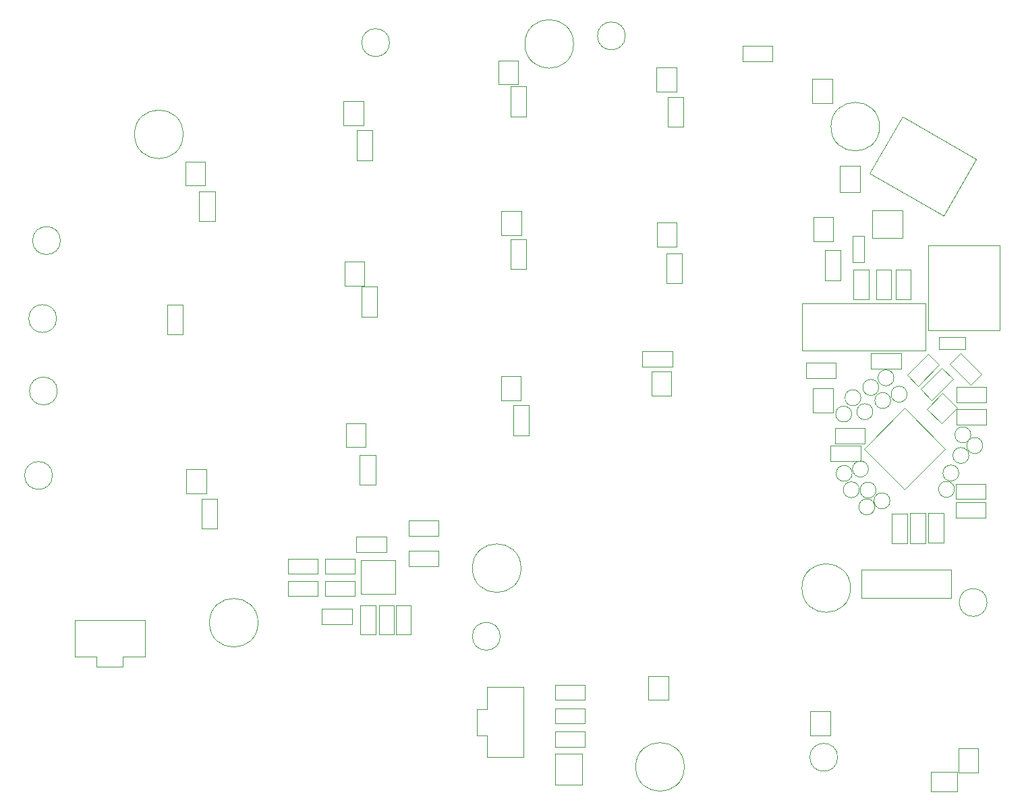
<source format=gbr>
%TF.GenerationSoftware,KiCad,Pcbnew,8.0.2*%
%TF.CreationDate,2025-01-19T21:46:12+07:00*%
%TF.ProjectId,sudi-keyboard,73756469-2d6b-4657-9962-6f6172642e6b,1*%
%TF.SameCoordinates,Original*%
%TF.FileFunction,Other,User*%
%FSLAX46Y46*%
G04 Gerber Fmt 4.6, Leading zero omitted, Abs format (unit mm)*
G04 Created by KiCad (PCBNEW 8.0.2) date 2025-01-19 21:46:12*
%MOMM*%
%LPD*%
G01*
G04 APERTURE LIST*
%ADD10C,0.050000*%
G04 APERTURE END LIST*
D10*
%TO.C,SW4*%
X116250000Y-122900000D02*
X125050000Y-122900000D01*
X116250000Y-127450000D02*
X116250000Y-122900000D01*
X119000000Y-127450000D02*
X116250000Y-127450000D01*
X119000000Y-128750000D02*
X119000000Y-127450000D01*
X122300000Y-127450000D02*
X122300000Y-128750000D01*
X122300000Y-128750000D02*
X119000000Y-128750000D01*
X125050000Y-122900000D02*
X125050000Y-127450000D01*
X125050000Y-127450000D02*
X122300000Y-127450000D01*
%TO.C,FB1*%
X213890003Y-74599999D02*
X215350000Y-74599995D01*
X213890004Y-77900001D02*
X213890003Y-74599999D01*
X215350000Y-74599995D02*
X215350001Y-77899997D01*
X215350001Y-77899997D02*
X213890004Y-77900001D01*
%TO.C,R10*%
X226850000Y-105750000D02*
X230550000Y-105750000D01*
X226850000Y-107650000D02*
X226850000Y-105750000D01*
X230550000Y-105750000D02*
X230550000Y-107650000D01*
X230550000Y-107650000D02*
X226850000Y-107650000D01*
%TO.C,TP16*%
X216400002Y-96700001D02*
G75*
G02*
X214400000Y-96700001I-1000001J0D01*
G01*
X214400000Y-96700001D02*
G75*
G02*
X216400002Y-96700001I1000001J0D01*
G01*
%TO.C,C51*%
X190469999Y-80580000D02*
X190470000Y-76820000D01*
X190470000Y-76820000D02*
X192430001Y-76820000D01*
X192430000Y-80580000D02*
X190469999Y-80580000D01*
X192430001Y-76820000D02*
X192430000Y-80580000D01*
%TO.C,J1*%
X229403056Y-64972645D02*
X225278056Y-72117355D01*
X215976944Y-66747355D01*
X220101944Y-59602645D01*
X229403056Y-64972645D01*
%TO.C,D17*%
X130250002Y-103930001D02*
X130250002Y-106970001D01*
X130250002Y-106970001D02*
X132749998Y-106969999D01*
X132749998Y-103929999D02*
X130250002Y-103930001D01*
X132749998Y-106969999D02*
X132749998Y-103929999D01*
%TO.C,C3*%
X147270000Y-121419999D02*
X151030000Y-121420000D01*
X147270000Y-123380000D02*
X147270000Y-121419999D01*
X151030000Y-121420000D02*
X151030000Y-123380001D01*
X151030000Y-123380001D02*
X147270000Y-123380000D01*
%TO.C,FID9*%
X169640000Y-124910000D02*
G75*
G02*
X166140000Y-124910000I-1750000J0D01*
G01*
X166140000Y-124910000D02*
G75*
G02*
X169640000Y-124910000I1750000J0D01*
G01*
%TO.C,FID2*%
X113440000Y-104710000D02*
G75*
G02*
X109940000Y-104710000I-1750000J0D01*
G01*
X109940000Y-104710000D02*
G75*
G02*
X113440000Y-104710000I1750000J0D01*
G01*
%TO.C,H2*%
X172250000Y-116350000D02*
G75*
G02*
X166150000Y-116350000I-3050000J0D01*
G01*
X166150000Y-116350000D02*
G75*
G02*
X172250000Y-116350000I3050000J0D01*
G01*
%TO.C,H1*%
X213600000Y-118850000D02*
G75*
G02*
X207500000Y-118850000I-3050000J0D01*
G01*
X207500000Y-118850000D02*
G75*
G02*
X213600000Y-118850000I3050000J0D01*
G01*
%TO.C,D18*%
X169750002Y-92280001D02*
X169750002Y-95320001D01*
X169750002Y-95320001D02*
X172249998Y-95319999D01*
X172249998Y-92279999D02*
X169750002Y-92280001D01*
X172249998Y-95319999D02*
X172249998Y-92279999D01*
%TO.C,C57*%
X216170000Y-89369999D02*
X219930000Y-89370000D01*
X216170000Y-91330000D02*
X216170000Y-89369999D01*
X219930000Y-89370000D02*
X219930000Y-91330001D01*
X219930000Y-91330001D02*
X216170000Y-91330000D01*
%TO.C,H5*%
X217250000Y-60900000D02*
G75*
G02*
X211150000Y-60900000I-3050000J0D01*
G01*
X211150000Y-60900000D02*
G75*
G02*
X217250000Y-60900000I3050000J0D01*
G01*
%TO.C,TP5*%
X216650000Y-108650000D02*
G75*
G02*
X214650000Y-108650000I-1000000J0D01*
G01*
X214650000Y-108650000D02*
G75*
G02*
X216650000Y-108650000I1000000J0D01*
G01*
%TO.C,C42*%
X127869999Y-87030000D02*
X127870000Y-83270000D01*
X127870000Y-83270000D02*
X129830001Y-83270000D01*
X129830000Y-87030000D02*
X127869999Y-87030000D01*
X129830001Y-83270000D02*
X129830000Y-87030000D01*
%TO.C,FID3*%
X114440000Y-75210000D02*
G75*
G02*
X110940000Y-75210000I-1750000J0D01*
G01*
X110940000Y-75210000D02*
G75*
G02*
X114440000Y-75210000I1750000J0D01*
G01*
%TO.C,C41*%
X131869999Y-72780000D02*
X131870000Y-69020000D01*
X131870000Y-69020000D02*
X133830001Y-69020000D01*
X133830000Y-72780000D02*
X131869999Y-72780000D01*
X133830001Y-69020000D02*
X133830000Y-72780000D01*
%TO.C,H3*%
X139240000Y-123210000D02*
G75*
G02*
X133140000Y-123210000I-3050000J0D01*
G01*
X133140000Y-123210000D02*
G75*
G02*
X139240000Y-123210000I3050000J0D01*
G01*
%TO.C,C43*%
X132169999Y-111380000D02*
X132170000Y-107620000D01*
X132170000Y-107620000D02*
X134130001Y-107620000D01*
X134130000Y-111380000D02*
X132169999Y-111380000D01*
X134130001Y-107620000D02*
X134130000Y-111380000D01*
%TO.C,C40*%
X218744998Y-109507494D02*
X220704998Y-109507499D01*
X218744998Y-113267499D02*
X218744998Y-109507494D01*
X220704998Y-109507499D02*
X220704998Y-113267504D01*
X220704998Y-113267504D02*
X218744998Y-113267499D01*
%TO.C,R4*%
X216820002Y-78899998D02*
X218720002Y-78899998D01*
X216820002Y-82599998D02*
X216820002Y-78899998D01*
X218720002Y-78899998D02*
X218720002Y-82599998D01*
X218720002Y-82599998D02*
X216820002Y-82599998D01*
%TO.C,D25*%
X188250001Y-129880001D02*
X188250001Y-132920000D01*
X188250001Y-132920000D02*
X190749999Y-132919999D01*
X190749999Y-129880000D02*
X188250001Y-129880001D01*
X190749999Y-132919999D02*
X190749999Y-129880000D01*
%TO.C,C1*%
X151570000Y-112419999D02*
X155330000Y-112420000D01*
X151570000Y-114380000D02*
X151570000Y-112419999D01*
X155330000Y-112420000D02*
X155330000Y-114380001D01*
X155330000Y-114380001D02*
X151570000Y-114380000D01*
%TO.C,C18*%
X226869997Y-95530000D02*
X226870000Y-93570000D01*
X226870000Y-93570000D02*
X230630003Y-93570000D01*
X230630000Y-95530000D02*
X226869997Y-95530000D01*
X230630003Y-93570000D02*
X230630000Y-95530000D01*
%TO.C,C19*%
X226819998Y-110029998D02*
X226820001Y-108069998D01*
X226820001Y-108069998D02*
X230580004Y-108069998D01*
X230580001Y-110029998D02*
X226819998Y-110029998D01*
X230580004Y-108069998D02*
X230580001Y-110029998D01*
%TO.C,FID6*%
X113949998Y-84999999D02*
G75*
G02*
X110450000Y-84999999I-1749999J0D01*
G01*
X110450000Y-84999999D02*
G75*
G02*
X113949998Y-84999999I1749999J0D01*
G01*
%TO.C,TP17*%
X214900001Y-94950002D02*
G75*
G02*
X212899999Y-94950002I-1000001J0D01*
G01*
X212899999Y-94950002D02*
G75*
G02*
X214900001Y-94950002I1000001J0D01*
G01*
%TO.C,FID7*%
X211990000Y-140110000D02*
G75*
G02*
X208490000Y-140110000I-1750000J0D01*
G01*
X208490000Y-140110000D02*
G75*
G02*
X211990000Y-140110000I1750000J0D01*
G01*
%TO.C,FID5*%
X185340000Y-49510000D02*
G75*
G02*
X181840000Y-49510000I-1750000J0D01*
G01*
X181840000Y-49510000D02*
G75*
G02*
X185340000Y-49510000I1750000J0D01*
G01*
%TO.C,R11*%
X176550000Y-133950001D02*
X180250000Y-133950001D01*
X176550000Y-135850001D02*
X176550000Y-133950001D01*
X180250000Y-133950001D02*
X180250000Y-135850001D01*
X180250000Y-135850001D02*
X176550000Y-135850001D01*
%TO.C,TP9*%
X228449999Y-102200001D02*
G75*
G02*
X226449999Y-102200001I-1000000J0D01*
G01*
X226449999Y-102200001D02*
G75*
G02*
X228449999Y-102200001I1000000J0D01*
G01*
%TO.C,R12*%
X176549999Y-130999998D02*
X180249999Y-130999998D01*
X176549999Y-132899998D02*
X176549999Y-130999998D01*
X180249999Y-130999998D02*
X180249999Y-132899998D01*
X180249999Y-132899998D02*
X176549999Y-132899998D01*
%TO.C,C39*%
X221044999Y-109457495D02*
X223004999Y-109457500D01*
X221044999Y-113217500D02*
X221044999Y-109457495D01*
X223004999Y-109457500D02*
X223004999Y-113217505D01*
X223004999Y-113217505D02*
X221044999Y-113217500D01*
%TO.C,D8*%
X130100001Y-65280001D02*
X130100001Y-68320000D01*
X130100001Y-68320000D02*
X132599999Y-68319999D01*
X132599999Y-65280000D02*
X130100001Y-65280001D01*
X132599999Y-68319999D02*
X132599999Y-65280000D01*
%TO.C,R5*%
X176550000Y-136900000D02*
X180250000Y-136900000D01*
X176550000Y-138800000D02*
X176550000Y-136900000D01*
X180250000Y-136900000D02*
X180250000Y-138800000D01*
X180250000Y-138800000D02*
X176550000Y-138800000D01*
%TO.C,AE1*%
X207549999Y-83100001D02*
X207549999Y-89049999D01*
X207549999Y-89049999D02*
X223050000Y-89050000D01*
X223050000Y-83100000D02*
X207549999Y-83100001D01*
X223050000Y-89050000D02*
X223050000Y-83100000D01*
%TO.C,C2*%
X213920003Y-82629998D02*
X213920004Y-78869998D01*
X213920004Y-78869998D02*
X215880005Y-78869998D01*
X215880004Y-82629998D02*
X213920003Y-82629998D01*
X215880005Y-78869998D02*
X215880004Y-82629998D01*
%TO.C,D36*%
X150250001Y-98130001D02*
X150250001Y-101170000D01*
X150250001Y-101170000D02*
X152749999Y-101169999D01*
X152749999Y-98130000D02*
X150250001Y-98130001D01*
X152749999Y-101169999D02*
X152749999Y-98130000D01*
%TO.C,D29*%
X150100001Y-77830001D02*
X150100001Y-80870000D01*
X150100001Y-80870000D02*
X152599999Y-80869999D01*
X152599999Y-77830000D02*
X150100001Y-77830001D01*
X152599999Y-80869999D02*
X152599999Y-77830000D01*
%TO.C,C20*%
X211119997Y-102880000D02*
X211120000Y-100920000D01*
X211120000Y-100920000D02*
X214880003Y-100920000D01*
X214880000Y-102880000D02*
X211119997Y-102880000D01*
X214880003Y-100920000D02*
X214880000Y-102880000D01*
%TO.C,TP13*%
X219050003Y-92450001D02*
G75*
G02*
X217050001Y-92450001I-1000001J0D01*
G01*
X217050001Y-92450001D02*
G75*
G02*
X219050003Y-92450001I1000001J0D01*
G01*
%TO.C,C54*%
X210369999Y-80180000D02*
X210370000Y-76420000D01*
X210370000Y-76420000D02*
X212330001Y-76420000D01*
X212330000Y-80180000D02*
X210369999Y-80180000D01*
X212330001Y-76420000D02*
X212330000Y-80180000D01*
%TO.C,R1*%
X158200000Y-114210000D02*
X161900000Y-114210000D01*
X158200000Y-116110000D02*
X158200000Y-114210000D01*
X161900000Y-114210000D02*
X161900000Y-116110000D01*
X161900000Y-116110000D02*
X158200000Y-116110000D01*
%TO.C,C44*%
X151619999Y-65130000D02*
X151620000Y-61370000D01*
X151620000Y-61370000D02*
X153580001Y-61370000D01*
X153580000Y-65130000D02*
X151619999Y-65130000D01*
X153580001Y-61370000D02*
X153580000Y-65130000D01*
%TO.C,TP11*%
X228700000Y-99600000D02*
G75*
G02*
X226700000Y-99600000I-1000000J0D01*
G01*
X226700000Y-99600000D02*
G75*
G02*
X228700000Y-99600000I1000000J0D01*
G01*
%TO.C,R17*%
X143000000Y-117949999D02*
X146700000Y-117949999D01*
X143000000Y-119849999D02*
X143000000Y-117949999D01*
X146700000Y-117949999D02*
X146700000Y-119849999D01*
X146700000Y-119849999D02*
X143000000Y-119849999D01*
%TO.C,D31*%
X208550001Y-134330001D02*
X208550001Y-137370000D01*
X208550001Y-137370000D02*
X211049999Y-137369999D01*
X211049999Y-134330000D02*
X208550001Y-134330001D01*
X211049999Y-137369999D02*
X211049999Y-134330000D01*
%TO.C,JP1*%
X212300000Y-69099999D02*
X212300000Y-65800000D01*
X212300000Y-69099999D02*
X214800000Y-69100000D01*
X214800000Y-65800001D02*
X212300000Y-65800000D01*
X214800000Y-65800001D02*
X214800000Y-69100000D01*
%TO.C,R3*%
X219250000Y-78900000D02*
X221150000Y-78900000D01*
X219250000Y-82600000D02*
X219250000Y-78900000D01*
X221150000Y-78900000D02*
X221150000Y-82600000D01*
X221150000Y-82600000D02*
X219250000Y-82600000D01*
%TO.C,P1*%
X232320000Y-75840001D02*
X232319999Y-86480000D01*
X223380000Y-86480000D01*
X223380000Y-75840000D01*
X232320000Y-75840001D01*
%TO.C,TP3*%
X214700000Y-106500000D02*
G75*
G02*
X212700000Y-106500000I-1000000J0D01*
G01*
X212700000Y-106500000D02*
G75*
G02*
X214700000Y-106500000I1000000J0D01*
G01*
%TO.C,C45*%
X152219999Y-84780000D02*
X152220000Y-81020000D01*
X152220000Y-81020000D02*
X154180001Y-81020000D01*
X154180000Y-84780000D02*
X152219999Y-84780000D01*
X154180001Y-81020000D02*
X154180000Y-84780000D01*
%TO.C,C21*%
X226027674Y-90713605D02*
X227413604Y-89327673D01*
X227413604Y-89327673D02*
X230072326Y-91986395D01*
X228686396Y-93372327D02*
X226027674Y-90713605D01*
X230072326Y-91986395D02*
X228686396Y-93372327D01*
%TO.C,R14*%
X156550000Y-121000000D02*
X158450000Y-121000000D01*
X156550000Y-124700000D02*
X156550000Y-121000000D01*
X158450000Y-121000000D02*
X158450000Y-124700000D01*
X158450000Y-124700000D02*
X156550000Y-124700000D01*
%TO.C,U7*%
X215308830Y-101350001D02*
X220400001Y-106441170D01*
X220399999Y-96258830D02*
X215308830Y-101350001D01*
X220400001Y-106441170D02*
X225491170Y-101349999D01*
X225491170Y-101349999D02*
X220399999Y-96258830D01*
%TO.C,TP15*%
X218650002Y-95300002D02*
G75*
G02*
X216650000Y-95300002I-1000001J0D01*
G01*
X216650000Y-95300002D02*
G75*
G02*
X218650002Y-95300002I1000001J0D01*
G01*
%TO.C,Y1*%
X223190811Y-96370709D02*
X225029291Y-98209189D01*
X225029291Y-98209189D02*
X227009189Y-96229291D01*
X225170709Y-94390811D02*
X223190811Y-96370709D01*
X227009189Y-96229291D02*
X225170709Y-94390811D01*
%TO.C,FID1*%
X114049999Y-94100000D02*
G75*
G02*
X110550001Y-94100000I-1749999J0D01*
G01*
X110550001Y-94100000D02*
G75*
G02*
X114049999Y-94100000I1749999J0D01*
G01*
%TO.C,R2*%
X158200000Y-110400000D02*
X161900000Y-110400000D01*
X158200000Y-112300000D02*
X158200000Y-110400000D01*
X161900000Y-110400000D02*
X161900000Y-112300000D01*
X161900000Y-112300000D02*
X158200000Y-112300000D01*
%TO.C,U5*%
X152170000Y-115370000D02*
X152170000Y-119630000D01*
X152170000Y-119630000D02*
X156430000Y-119630000D01*
X156430000Y-115370000D02*
X152170000Y-115370000D01*
X156430000Y-119630000D02*
X156430000Y-115370000D01*
%TO.C,C52*%
X187470000Y-89070000D02*
X191230000Y-89070000D01*
X187470000Y-91030000D02*
X187470000Y-89070000D01*
X191230000Y-89070000D02*
X191230000Y-91030000D01*
X191230000Y-91030000D02*
X187470000Y-91030000D01*
%TO.C,C35*%
X222427675Y-93886397D02*
X225086397Y-91227675D01*
X223813607Y-95272327D02*
X222427675Y-93886397D01*
X225086397Y-91227675D02*
X226472329Y-92613605D01*
X226472329Y-92613605D02*
X223813607Y-95272327D01*
%TO.C,C48*%
X170970000Y-75020000D02*
X172930000Y-75020000D01*
X170970000Y-78780000D02*
X170970000Y-75020000D01*
X172930000Y-75020000D02*
X172930000Y-78780000D01*
X172930000Y-78780000D02*
X170970000Y-78780000D01*
%TO.C,C53*%
X200070000Y-50720000D02*
X203830000Y-50720000D01*
X200070000Y-52680000D02*
X200070000Y-50720000D01*
X203830000Y-50720000D02*
X203830000Y-52680000D01*
X203830000Y-52680000D02*
X200070000Y-52680000D01*
%TO.C,D9*%
X169400001Y-52580001D02*
X169400001Y-55620000D01*
X169400001Y-55620000D02*
X171899999Y-55619999D01*
X171899999Y-52580000D02*
X169400001Y-52580001D01*
X171899999Y-55619999D02*
X171899999Y-52580000D01*
%TO.C,C36*%
X220695262Y-92083278D02*
X223353984Y-89424556D01*
X222081194Y-93469208D02*
X220695262Y-92083278D01*
X223353984Y-89424556D02*
X224739916Y-90810486D01*
X224739916Y-90810486D02*
X222081194Y-93469208D01*
%TO.C,Q2*%
X216330001Y-71450000D02*
X216330001Y-74850000D01*
X216330001Y-74850000D02*
X220169999Y-74850000D01*
X220169999Y-71450000D02*
X216330001Y-71450000D01*
X220169999Y-74850000D02*
X220169999Y-71450000D01*
%TO.C,D38*%
X227150001Y-138980001D02*
X227150001Y-142020000D01*
X227150001Y-142020000D02*
X229649999Y-142019999D01*
X229649999Y-138980000D02*
X227150001Y-138980001D01*
X229649999Y-142019999D02*
X229649999Y-138980000D01*
%TO.C,C8*%
X226869995Y-98330000D02*
X226870000Y-96370000D01*
X226870000Y-96370000D02*
X230630005Y-96370000D01*
X230630000Y-98330000D02*
X226869995Y-98330000D01*
X230630005Y-96370000D02*
X230630000Y-98330000D01*
%TO.C,D4*%
X147699999Y-115150000D02*
X151399999Y-115150000D01*
X147699999Y-117050000D02*
X147699999Y-115150000D01*
X151399999Y-115150000D02*
X151399999Y-117050000D01*
X151399999Y-117050000D02*
X147699999Y-117050000D01*
%TO.C,H4*%
X129840000Y-61860000D02*
G75*
G02*
X123740000Y-61860000I-3050000J0D01*
G01*
X123740000Y-61860000D02*
G75*
G02*
X129840000Y-61860000I3050000J0D01*
G01*
%TO.C,TP18*%
X213750002Y-97000001D02*
G75*
G02*
X211750000Y-97000001I-1000001J0D01*
G01*
X211750000Y-97000001D02*
G75*
G02*
X213750002Y-97000001I1000001J0D01*
G01*
%TO.C,C47*%
X170919999Y-59630000D02*
X170920000Y-55870000D01*
X170920000Y-55870000D02*
X172880001Y-55870000D01*
X172880000Y-59630000D02*
X170919999Y-59630000D01*
X172880001Y-55870000D02*
X172880000Y-59630000D01*
%TO.C,C50*%
X190669999Y-60930000D02*
X190670000Y-57170000D01*
X190670000Y-57170000D02*
X192630001Y-57170000D01*
X192630000Y-60930000D02*
X190669999Y-60930000D01*
X192630001Y-57170000D02*
X192630000Y-60930000D01*
%TO.C,D10*%
X208800002Y-54930001D02*
X208800002Y-57970001D01*
X208800002Y-57970001D02*
X211299998Y-57969999D01*
X211299998Y-54929999D02*
X208800002Y-54930001D01*
X211299998Y-57969999D02*
X211299998Y-54929999D01*
%TO.C,D24*%
X189250001Y-53430001D02*
X189250001Y-56470000D01*
X189250001Y-56470000D02*
X191749999Y-56469999D01*
X191749999Y-53430000D02*
X189250001Y-53430001D01*
X191749999Y-56469999D02*
X191749999Y-53430000D01*
%TO.C,C46*%
X152019999Y-105880000D02*
X152020000Y-102120000D01*
X152020000Y-102120000D02*
X153980001Y-102120000D01*
X153980000Y-105880000D02*
X152019999Y-105880000D01*
X153980001Y-102120000D02*
X153980000Y-105880000D01*
%TO.C,C37*%
X211669995Y-100680000D02*
X211670000Y-98720000D01*
X211670000Y-98720000D02*
X215430005Y-98720000D01*
X215430000Y-100680000D02*
X211669995Y-100680000D01*
X215430005Y-98720000D02*
X215430000Y-100680000D01*
%TO.C,TP4*%
X216800000Y-106550000D02*
G75*
G02*
X214800000Y-106550000I-1000000J0D01*
G01*
X214800000Y-106550000D02*
G75*
G02*
X216800000Y-106550000I1000000J0D01*
G01*
%TO.C,R15*%
X143000000Y-115149999D02*
X146700000Y-115149999D01*
X143000000Y-117049999D02*
X143000000Y-115149999D01*
X146700000Y-115149999D02*
X146700000Y-117049999D01*
X146700000Y-117049999D02*
X143000000Y-117049999D01*
%TO.C,D19*%
X208900001Y-93780001D02*
X208900001Y-96820000D01*
X208900001Y-96820000D02*
X211399999Y-96819999D01*
X211399999Y-93780000D02*
X208900001Y-93780001D01*
X211399999Y-96819999D02*
X211399999Y-93780000D01*
%TO.C,R6*%
X154400000Y-121000000D02*
X156300000Y-121000000D01*
X154400000Y-124700000D02*
X154400000Y-121000000D01*
X156300000Y-121000000D02*
X156300000Y-124700000D01*
X156300000Y-124700000D02*
X154400000Y-124700000D01*
%TO.C,TP8*%
X227200001Y-104400000D02*
G75*
G02*
X225199999Y-104400000I-1000001J0D01*
G01*
X225199999Y-104400000D02*
G75*
G02*
X227200001Y-104400000I1000001J0D01*
G01*
%TO.C,TP2*%
X213800000Y-104450000D02*
G75*
G02*
X211800000Y-104450000I-1000000J0D01*
G01*
X211800000Y-104450000D02*
G75*
G02*
X213800000Y-104450000I1000000J0D01*
G01*
%TO.C,C49*%
X171269999Y-99680000D02*
X171270000Y-95920000D01*
X171270000Y-95920000D02*
X173230001Y-95920000D01*
X173230000Y-99680000D02*
X171269999Y-99680000D01*
X173230001Y-95920000D02*
X173230000Y-99680000D01*
%TO.C,TP1*%
X215850000Y-103900000D02*
G75*
G02*
X213850000Y-103900000I-1000000J0D01*
G01*
X213850000Y-103900000D02*
G75*
G02*
X215850000Y-103900000I1000000J0D01*
G01*
%TO.C,TP6*%
X218550000Y-107900000D02*
G75*
G02*
X216550000Y-107900000I-1000000J0D01*
G01*
X216550000Y-107900000D02*
G75*
G02*
X218550000Y-107900000I1000000J0D01*
G01*
%TO.C,JP2*%
X223700000Y-141900000D02*
X223700000Y-144400000D01*
X223700000Y-141900000D02*
X227000000Y-141900000D01*
X227000000Y-144400000D02*
X223700000Y-144400000D01*
X227000000Y-144400000D02*
X227000000Y-141900000D01*
%TO.C,D30*%
X189300001Y-72930001D02*
X189300001Y-75970000D01*
X189300001Y-75970000D02*
X191799999Y-75969999D01*
X191799999Y-72930000D02*
X189300001Y-72930001D01*
X191799999Y-75969999D02*
X191799999Y-72930000D01*
%TO.C,SW3*%
X166700000Y-134050000D02*
X168000000Y-134050000D01*
X166700000Y-137350000D02*
X166700000Y-134050000D01*
X168000000Y-131300000D02*
X172550000Y-131300000D01*
X168000000Y-134050000D02*
X168000000Y-131300000D01*
X168000000Y-137350000D02*
X166700000Y-137350000D01*
X168000000Y-140100000D02*
X168000000Y-137350000D01*
X172550000Y-131300000D02*
X172550000Y-140100000D01*
X172550000Y-140100000D02*
X168000000Y-140100000D01*
%TO.C,TP12*%
X220700000Y-94500001D02*
G75*
G02*
X218699998Y-94500001I-1000001J0D01*
G01*
X218699998Y-94500001D02*
G75*
G02*
X220700000Y-94500001I1000001J0D01*
G01*
%TO.C,R7*%
X152100000Y-121000000D02*
X154000000Y-121000000D01*
X152100000Y-124700000D02*
X152100000Y-121000000D01*
X154000000Y-121000000D02*
X154000000Y-124700000D01*
X154000000Y-124700000D02*
X152100000Y-124700000D01*
%TO.C,TP10*%
X230200000Y-100950000D02*
G75*
G02*
X228200000Y-100950000I-1000000J0D01*
G01*
X228200000Y-100950000D02*
G75*
G02*
X230200000Y-100950000I1000000J0D01*
G01*
%TO.C,D32*%
X147700000Y-117950000D02*
X151400000Y-117950000D01*
X147700000Y-119850000D02*
X147700000Y-117950000D01*
X151400000Y-117950000D02*
X151400000Y-119850000D01*
X151400000Y-119850000D02*
X147700000Y-119850000D01*
%TO.C,D23*%
X149950002Y-57730001D02*
X149950002Y-60770001D01*
X149950002Y-60770001D02*
X152449998Y-60769999D01*
X152449998Y-57729999D02*
X149950002Y-57730001D01*
X152449998Y-60769999D02*
X152449998Y-57729999D01*
%TO.C,Q1*%
X176549999Y-139680001D02*
X176550001Y-143519999D01*
X176550001Y-143519999D02*
X179949999Y-143519999D01*
X179949997Y-139680001D02*
X176549999Y-139680001D01*
X179949999Y-143519999D02*
X179949997Y-139680001D01*
%TO.C,D13*%
X208950001Y-72230001D02*
X208950001Y-75270000D01*
X208950001Y-75270000D02*
X211449999Y-75269999D01*
X211449999Y-72230000D02*
X208950001Y-72230001D01*
X211449999Y-75269999D02*
X211449999Y-72230000D01*
%TO.C,TP7*%
X226650001Y-106450000D02*
G75*
G02*
X224649999Y-106450000I-1000001J0D01*
G01*
X224649999Y-106450000D02*
G75*
G02*
X226650001Y-106450000I1000001J0D01*
G01*
%TO.C,C55*%
X208020000Y-90569999D02*
X211780000Y-90570000D01*
X208020000Y-92530000D02*
X208020000Y-90569999D01*
X211780000Y-90570000D02*
X211780000Y-92530001D01*
X211780000Y-92530001D02*
X208020000Y-92530000D01*
%TO.C,L3*%
X224699998Y-87370000D02*
X228000000Y-87370001D01*
X224700000Y-88829999D02*
X224699998Y-87370000D01*
X228000000Y-87370001D02*
X228000002Y-88830000D01*
X228000002Y-88830000D02*
X224700000Y-88829999D01*
%TO.C,FID8*%
X230740000Y-120660000D02*
G75*
G02*
X227240000Y-120660000I-1750000J0D01*
G01*
X227240000Y-120660000D02*
G75*
G02*
X230740000Y-120660000I1750000J0D01*
G01*
%TO.C,J3*%
X215000000Y-116499999D02*
X215000001Y-120100000D01*
X215000001Y-120100000D02*
X226200000Y-120100000D01*
X226200000Y-116500000D02*
X215000000Y-116499999D01*
X226200000Y-120100000D02*
X226200000Y-116500000D01*
%TO.C,C38*%
X223320000Y-109419995D02*
X225280000Y-109420000D01*
X223320000Y-113180000D02*
X223320000Y-109419995D01*
X225280000Y-109420000D02*
X225280000Y-113180005D01*
X225280000Y-113180005D02*
X223320000Y-113180000D01*
%TO.C,FID4*%
X155750000Y-50350000D02*
G75*
G02*
X152250000Y-50350000I-1750000J0D01*
G01*
X152250000Y-50350000D02*
G75*
G02*
X155750000Y-50350000I1750000J0D01*
G01*
%TO.C,TP14*%
X217150000Y-93650004D02*
G75*
G02*
X215149998Y-93650004I-1000001J0D01*
G01*
X215149998Y-93650004D02*
G75*
G02*
X217150000Y-93650004I1000001J0D01*
G01*
%TO.C,H7*%
X178840000Y-50510000D02*
G75*
G02*
X172740000Y-50510000I-3050000J0D01*
G01*
X172740000Y-50510000D02*
G75*
G02*
X178840000Y-50510000I3050000J0D01*
G01*
%TO.C,D37*%
X188600001Y-91680001D02*
X188600001Y-94720000D01*
X188600001Y-94720000D02*
X191099999Y-94719999D01*
X191099999Y-91680000D02*
X188600001Y-91680001D01*
X191099999Y-94719999D02*
X191099999Y-91680000D01*
%TO.C,D12*%
X169800001Y-71530001D02*
X169800001Y-74570000D01*
X169800001Y-74570000D02*
X172299999Y-74569999D01*
X172299999Y-71530000D02*
X169800001Y-71530001D01*
X172299999Y-74569999D02*
X172299999Y-71530000D01*
%TO.C,H6*%
X192740000Y-141310000D02*
G75*
G02*
X186640000Y-141310000I-3050000J0D01*
G01*
X186640000Y-141310000D02*
G75*
G02*
X192740000Y-141310000I3050000J0D01*
G01*
%TD*%
M02*

</source>
